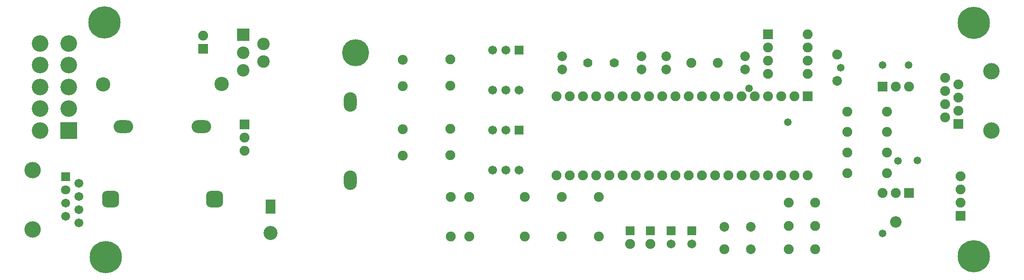
<source format=gbs>
%FSLAX24Y24*%
%MOIN*%
G70*
G01*
G75*
G04 Layer_Color=16711935*
%ADD10C,0.0472*%
%ADD11C,0.0315*%
%ADD12C,0.0591*%
%ADD13R,0.7480X0.4724*%
%ADD14C,0.1181*%
%ADD15R,0.1181X0.1181*%
%ADD16C,0.1969*%
%ADD17C,0.0866*%
%ADD18R,0.0866X0.0866*%
%ADD19C,0.0669*%
%ADD20R,0.0669X0.0669*%
%ADD21C,0.0591*%
%ADD22R,0.0591X0.0591*%
%ADD23C,0.0650*%
%ADD24O,0.0900X0.1400*%
%ADD25O,0.1400X0.0900*%
G04:AMPARAMS|DCode=26|XSize=118.1mil|YSize=118.1mil|CornerRadius=29.5mil|HoleSize=0mil|Usage=FLASHONLY|Rotation=0.000|XOffset=0mil|YOffset=0mil|HoleType=Round|Shape=RoundedRectangle|*
%AMROUNDEDRECTD26*
21,1,0.1181,0.0591,0,0,0.0*
21,1,0.0591,0.1181,0,0,0.0*
1,1,0.0591,0.0295,-0.0295*
1,1,0.0591,-0.0295,-0.0295*
1,1,0.0591,-0.0295,0.0295*
1,1,0.0591,0.0295,0.0295*
%
%ADD26ROUNDEDRECTD26*%
%ADD27C,0.1000*%
%ADD28R,0.0669X0.0984*%
%ADD29C,0.0984*%
%ADD30C,0.1161*%
%ADD31R,0.0591X0.0591*%
%ADD32R,0.0669X0.0669*%
%ADD33C,0.2362*%
%ADD34C,0.0620*%
%ADD35C,0.0591*%
%ADD36C,0.0630*%
%ADD37C,0.0500*%
%ADD38C,0.0787*%
%ADD39C,0.0236*%
%ADD40C,0.0709*%
%ADD41C,0.0197*%
%ADD42C,0.0079*%
%ADD43C,0.0039*%
%ADD44C,0.0098*%
%ADD45C,0.0100*%
%ADD46C,0.0060*%
%ADD47C,0.0120*%
%ADD48C,0.0030*%
%ADD49C,0.0080*%
%ADD50R,0.0300X0.0219*%
%ADD51R,0.0300X0.0252*%
%ADD52R,0.2008X0.0300*%
%ADD53R,0.0219X0.0300*%
%ADD54R,0.0252X0.0300*%
%ADD55R,0.0300X0.2008*%
%ADD56R,0.7560X0.4804*%
%ADD57C,0.1261*%
%ADD58R,0.1261X0.1261*%
%ADD59C,0.2049*%
%ADD60C,0.0946*%
%ADD61R,0.0946X0.0946*%
%ADD62C,0.0749*%
%ADD63R,0.0749X0.0749*%
%ADD64C,0.0671*%
%ADD65R,0.0671X0.0671*%
%ADD66C,0.0730*%
%ADD67O,0.0980X0.1480*%
%ADD68O,0.1480X0.0980*%
G04:AMPARAMS|DCode=69|XSize=126.1mil|YSize=126.1mil|CornerRadius=33.5mil|HoleSize=0mil|Usage=FLASHONLY|Rotation=0.000|XOffset=0mil|YOffset=0mil|HoleType=Round|Shape=RoundedRectangle|*
%AMROUNDEDRECTD69*
21,1,0.1261,0.0591,0,0,0.0*
21,1,0.0591,0.1261,0,0,0.0*
1,1,0.0671,0.0295,-0.0295*
1,1,0.0671,-0.0295,-0.0295*
1,1,0.0671,-0.0295,0.0295*
1,1,0.0671,0.0295,0.0295*
%
%ADD69ROUNDEDRECTD69*%
%ADD70C,0.1080*%
%ADD71R,0.0749X0.1064*%
%ADD72C,0.1064*%
%ADD73C,0.1241*%
%ADD74R,0.0671X0.0671*%
%ADD75R,0.0749X0.0749*%
%ADD76C,0.2442*%
%ADD77C,0.0700*%
%ADD78C,0.0671*%
%ADD79C,0.0710*%
%ADD80C,0.0580*%
%ADD81C,0.0867*%
D57*
X3002Y11427D02*
D03*
Y13081D02*
D03*
Y14734D02*
D03*
Y16388D02*
D03*
X5167Y13081D02*
D03*
Y14734D02*
D03*
Y16388D02*
D03*
Y18041D02*
D03*
X3002D02*
D03*
D58*
X5167Y11427D02*
D03*
D59*
X26870Y17333D02*
D03*
D60*
X19903Y16670D02*
D03*
Y18008D02*
D03*
X18367Y16000D02*
D03*
Y17339D02*
D03*
D61*
Y18678D02*
D03*
D62*
X72648Y7951D02*
D03*
Y6951D02*
D03*
Y5951D02*
D03*
X42471Y3405D02*
D03*
Y6405D02*
D03*
X39670Y3405D02*
D03*
Y6405D02*
D03*
X35469Y3405D02*
D03*
Y6405D02*
D03*
X42068Y8031D02*
D03*
X43068D02*
D03*
X44068D02*
D03*
X45068D02*
D03*
X46068D02*
D03*
X47068D02*
D03*
X48068D02*
D03*
X49068D02*
D03*
X50068D02*
D03*
X51068D02*
D03*
X52068D02*
D03*
X53068D02*
D03*
X54068D02*
D03*
X55068D02*
D03*
X56068D02*
D03*
X57068D02*
D03*
X58068D02*
D03*
X59068D02*
D03*
X60068D02*
D03*
X61068D02*
D03*
X42068Y14031D02*
D03*
X43068D02*
D03*
X44068D02*
D03*
X45068D02*
D03*
X46068D02*
D03*
X47068D02*
D03*
X48068D02*
D03*
X49068D02*
D03*
X50068D02*
D03*
X51068D02*
D03*
X52068D02*
D03*
X53068D02*
D03*
X54068D02*
D03*
X55068D02*
D03*
X56068D02*
D03*
X57068D02*
D03*
X58068D02*
D03*
X59068D02*
D03*
X60068D02*
D03*
X64088Y11315D02*
D03*
X67088D02*
D03*
X64088Y9758D02*
D03*
X67088D02*
D03*
X34069Y3405D02*
D03*
Y6405D02*
D03*
X15354Y18628D02*
D03*
X71484Y15441D02*
D03*
Y12441D02*
D03*
X72484Y14941D02*
D03*
X71484Y14441D02*
D03*
Y13441D02*
D03*
X72484Y13941D02*
D03*
Y12941D02*
D03*
X49180Y2823D02*
D03*
X47624D02*
D03*
X54767Y2421D02*
D03*
X67742Y6683D02*
D03*
X66742D02*
D03*
X67742Y14764D02*
D03*
X68742D02*
D03*
X18472Y10904D02*
D03*
Y9904D02*
D03*
X59643Y2421D02*
D03*
X61643D02*
D03*
Y4196D02*
D03*
X59643D02*
D03*
X63318Y17191D02*
D03*
X30444Y11541D02*
D03*
Y9541D02*
D03*
X61643Y5971D02*
D03*
X59643D02*
D03*
X30444Y16784D02*
D03*
Y14784D02*
D03*
X67088Y12871D02*
D03*
X64088D02*
D03*
Y8201D02*
D03*
X67088D02*
D03*
X45272Y6405D02*
D03*
Y3405D02*
D03*
X52288Y16571D02*
D03*
X54288D02*
D03*
X34048Y11564D02*
D03*
Y9564D02*
D03*
Y16824D02*
D03*
Y14824D02*
D03*
X58088Y17731D02*
D03*
Y16731D02*
D03*
Y15731D02*
D03*
X61088Y18731D02*
D03*
Y17731D02*
D03*
Y16731D02*
D03*
Y15731D02*
D03*
D63*
X72648Y4951D02*
D03*
X61068Y14031D02*
D03*
X15354Y17628D02*
D03*
X72484Y11941D02*
D03*
X18472Y11904D02*
D03*
D64*
X37224Y17517D02*
D03*
X38224D02*
D03*
X37224Y14483D02*
D03*
X38224D02*
D03*
X39224D02*
D03*
X37224Y11475D02*
D03*
X38224D02*
D03*
X37224Y8441D02*
D03*
X38224D02*
D03*
X39224D02*
D03*
X5937Y4411D02*
D03*
Y7411D02*
D03*
X4937Y4911D02*
D03*
X5937Y5411D02*
D03*
Y6411D02*
D03*
X4937Y5911D02*
D03*
D65*
X39224Y17517D02*
D03*
Y11475D02*
D03*
X4937Y7911D02*
D03*
D66*
X54767Y4141D02*
D03*
X56767D02*
D03*
X48498Y17071D02*
D03*
Y16071D02*
D03*
X56338Y17071D02*
D03*
Y16071D02*
D03*
X50368D02*
D03*
Y17071D02*
D03*
X56767Y2421D02*
D03*
X63318Y15191D02*
D03*
X42508Y17071D02*
D03*
Y16071D02*
D03*
D67*
X26476Y7677D02*
D03*
Y13593D02*
D03*
D68*
X9301Y11722D02*
D03*
X15217D02*
D03*
D69*
X8322Y6211D02*
D03*
X16196D02*
D03*
D70*
X7784Y14938D02*
D03*
X16734Y14958D02*
D03*
D71*
X20433Y5659D02*
D03*
D72*
Y3659D02*
D03*
D73*
X74984Y11441D02*
D03*
Y15941D02*
D03*
X2437Y8411D02*
D03*
Y3911D02*
D03*
D74*
X49180Y3823D02*
D03*
X47624D02*
D03*
X50737D02*
D03*
X52294D02*
D03*
D75*
X68742Y6683D02*
D03*
X66742Y14764D02*
D03*
X58088Y18731D02*
D03*
D76*
X7887Y19615D02*
D03*
X7977Y1821D02*
D03*
X73622Y1880D02*
D03*
Y19596D02*
D03*
D77*
X46448Y16571D02*
D03*
X44448D02*
D03*
D78*
X50737Y2823D02*
D03*
X52294D02*
D03*
D79*
X4937Y6911D02*
D03*
D80*
X68711Y16407D02*
D03*
X66742D02*
D03*
X69360Y9144D02*
D03*
X67913Y9134D02*
D03*
X66730Y3622D02*
D03*
X59557Y12057D02*
D03*
X56654Y14624D02*
D03*
X63576Y16196D02*
D03*
D81*
X67726Y4508D02*
D03*
M02*

</source>
